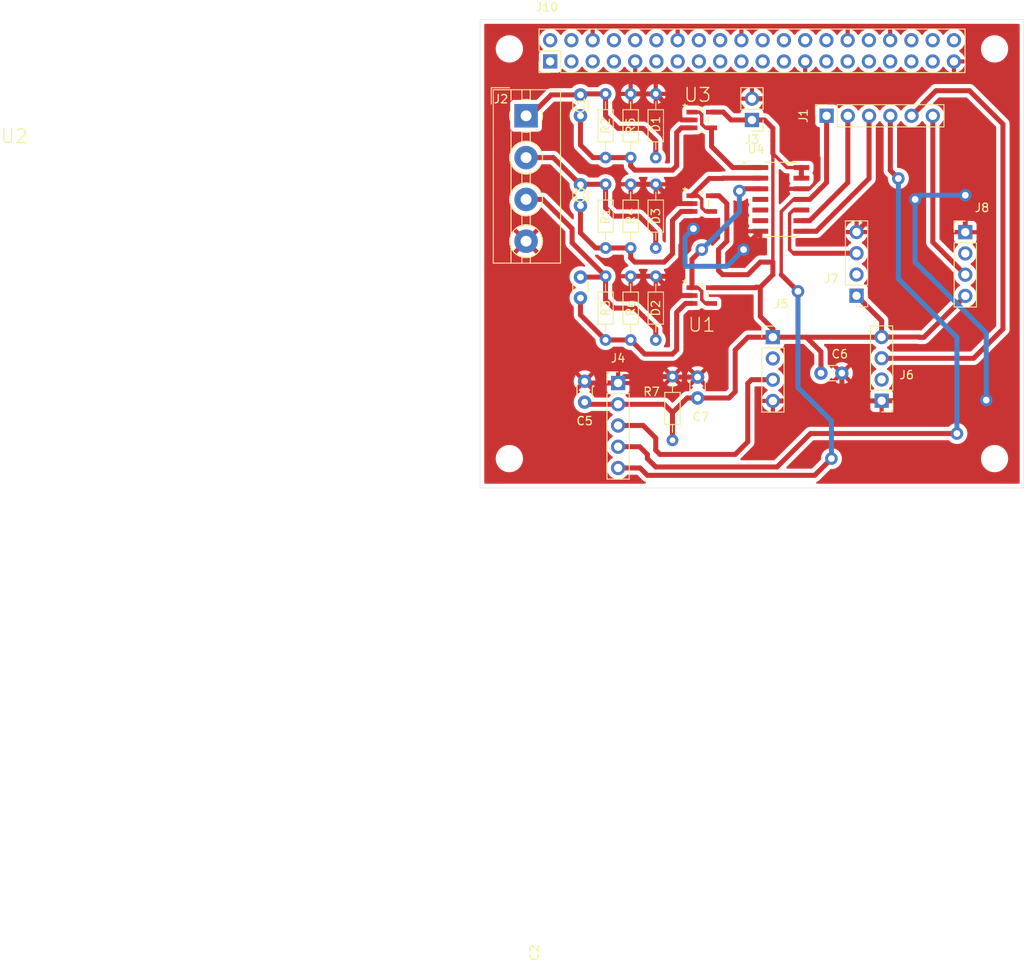
<source format=kicad_pcb>
(kicad_pcb (version 20240108) (generator "pcbnew") (generator_version "8.0")
  (layers (0 "F.Cu" signal) (31 "B.Cu" signal) (34 "B.Paste" user) (35 "F.Paste" user) (36 "B.SilkS" user "B.Silkscreen") (37 "F.SilkS" user "F.Silkscreen") (38 "B.Mask" user) (39 "F.Mask" user) (44 "Edge.Cuts" user))
  (net 0 "")
  (net 1 "Net-(D3-K)")
  (net 2 "Net-(D2-K)")
  (net 3 "Net-(D1-K)")
  (net 4 "GND")
  (net 5 "Net-(U2-+IN)")
  (net 6 "Net-(U3-+IN)")
  (net 7 "Net-(U1-+IN)")
  (net 8 "+3V3")
  (net 9 "Net-(J7-Pin_3)")
  (net 10 "Net-(J1-Pin_2)")
  (net 12 "Net-(U2--IN)")
  (net 13 "Net-(J1-Pin_1)")
  (net 14 "Net-(J1-Pin_4)")
  (net 16 "Net-(U1--IN)")
  (net 17 "/NC")
  (net 18 "Net-(U3--IN)")
  (net 19 "Net-(J10-5V-Pad2)")
  (net 30 "Net-(J1-Pin_5)")
  (net 40 "Net-(J1-Pin_3)")
  (net 44 "Net-(J4-Pin_3)")
  (net 49 "Net-(J1-Pin_6)")
  (footprint "TerminalBlock:TerminalBlock_MaiXu_MX126-5.0-04P_1x04_P5.00mm" (layer "F.Cu") (at 25.5 31.5 -90)
    (property "Reference" "J2" (at -2 3 180) (layer "F.SilkS"))
    (property "Value" "Analog_inputs")
    (pad "1" thru_hole rect (at 0 0 270) (size 2.8 2.8) (drill 1.3) (layers "*.Cu" "*.Mask") (net 3 "Net-(D1-K)"))
    (pad "2" thru_hole circle (at 5 0 270) (size 2.8 2.8) (drill 1.3) (layers "*.Cu" "*.Mask") (net 1 "Net-(D3-K)"))
    (pad "3" thru_hole circle (at 10 0 270) (size 2.8 2.8) (drill 1.3) (layers "*.Cu" "*.Mask") (net 2 "Net-(D2-K)"))
    (pad "4" thru_hole circle (at 15 0 270) (size 2.8 2.8) (drill 1.3) (layers "*.Cu" "*.Mask") (net 4 "GND"))
  )
  (footprint "" (layer "F.Cu") (at 23.5 23.5)
    (property "Reference" "" (at 0 0 0) (layer "F.SilkS") (effects (font (size 1.27 1.27))))
    (property "Value" "")
    (pad "" np_thru_hole circle (at 0 0 90) (size 2.75 2.75) (drill 2.75) (layers "*.Cu" "*.Mask"))
  )
  (footprint "Resistor_THT:R_Axial_DIN0204_L3.6mm_D1.6mm_P7.62mm_Horizontal" (layer "F.Cu") (at 35 50.69 -90)
    (property "Reference" "R3" (at 3.81 0 90) (layer "F.SilkS"))
    (property "Value" "R" (hide yes))
    (pad "1" thru_hole circle (at 0 0 270) (size 1.4 1.4) (drill 0.7) (layers "*.Cu" "*.Mask") (net 2 "Net-(D2-K)"))
    (pad "2" thru_hole oval (at 7.62 0 270) (size 1.4 1.4) (drill 0.7) (layers "*.Cu" "*.Mask") (net 7 "Net-(U1-+IN)"))
  )
  (footprint "Connector_PinSocket_2.54mm:PinSocket_1x06_P2.54mm_Vertical" (layer "F.Cu") (at 61.42 31.5 90)
    (property "Reference" "J1" (at 0 -2.77 90) (layer "F.SilkS"))
    (property "Value" "Conn_01x06_MountingPin" (hide yes))
    (pad "1" thru_hole rect (at 0 0 90) (size 1.7 1.7) (drill 1) (layers "*.Cu" "*.Mask") (net 13 "Net-(J1-Pin_1)"))
    (pad "2" thru_hole oval (at 0 2.54 90) (size 1.7 1.7) (drill 1) (layers "*.Cu" "*.Mask") (net 10 "Net-(J1-Pin_2)"))
    (pad "3" thru_hole oval (at 0 5.08 90) (size 1.7 1.7) (drill 1) (layers "*.Cu" "*.Mask") (net 40 "Net-(J1-Pin_3)"))
    (pad "4" thru_hole oval (at 0 7.62 90) (size 1.7 1.7) (drill 1) (layers "*.Cu" "*.Mask") (net 14 "Net-(J1-Pin_4)"))
    (pad "5" thru_hole oval (at 0 10.16 90) (size 1.7 1.7) (drill 1) (layers "*.Cu" "*.Mask") (net 30 "Net-(J1-Pin_5)"))
    (pad "6" thru_hole oval (at 0 12.7 90) (size 1.7 1.7) (drill 1) (layers "*.Cu" "*.Mask") (net 49 "Net-(J1-Pin_6)"))
  )
  (footprint "Resistor_THT:R_Axial_DIN0204_L3.6mm_D1.6mm_P7.62mm_Horizontal" (layer "F.Cu") (at 41 47.31 90)
    (property "Reference" "D3" (at 3.81 0 90) (layer "F.SilkS"))
    (property "Value" "D" (hide yes))
    (pad "1" thru_hole circle (at 0 0 90) (size 1.4 1.4) (drill 0.7) (layers "*.Cu" "*.Mask") (net 1 "Net-(D3-K)"))
    (pad "2" thru_hole oval (at 7.62 0 90) (size 1.4 1.4) (drill 0.7) (layers "*.Cu" "*.Mask") (net 4 "GND"))
  )
  (footprint "Library:AD3603" (layer "F.Cu") (at 46.5 42)
    (property "Reference" "U2" (at -82.1828 -8.0506 0) (layer "F.SilkS") (effects (font (size 1.64 1.64))))
    (property "Value" "AD8603AUJZ-R2" (hide yes))
    (fp_text user "*" (at -2.0066 -1.3716 0) (layer "F.SilkS"))
    (pad "1" smd rect (at -1.1684 -0.9398) (size 1.3208 0.5588) (layers "F.Cu" "F.Paste" "F.Mask") (net 12 "Net-(U2--IN)"))
    (pad "2" smd rect (at -1.1684 0) (size 1.3208 0.5588) (layers "F.Cu" "F.Paste" "F.Mask") (net 4 "GND"))
    (pad "3" smd rect (at -1.1684 0.9398) (size 1.3208 0.5588) (layers "F.Cu" "F.Paste" "F.Mask") (net 5 "Net-(U2-+IN)"))
    (pad "4" smd rect (at 1.1684 0.9398) (size 1.3208 0.5588) (layers "F.Cu" "F.Paste" "F.Mask") (net 12 "Net-(U2--IN)"))
    (pad "5" smd rect (at 1.1684 -0.9398) (size 1.3208 0.5588) (layers "F.Cu" "F.Paste" "F.Mask") (net 8 "+3V3"))
  )
  (footprint "" (layer "F.Cu") (at 81.5 23.5)
    (property "Reference" "" (at 0 0 0) (layer "F.SilkS") (effects (font (size 1.27 1.27))))
    (property "Value" "")
    (pad "" np_thru_hole circle (at 0 0 90) (size 2.75 2.75) (drill 2.75) (layers "*.Cu" "*.Mask"))
  )
  (footprint "Capacitor_THT:C_Disc_D3.0mm_W1.6mm_P2.50mm" (layer "F.Cu") (at 32 42.25 90)
    (property "Reference" "C3" (at 1.25 0 90) (layer "F.SilkS"))
    (property "Value" "C" (hide yes))
    (pad "1" thru_hole circle (at 0 0 90) (size 1.6 1.6) (drill 0.8) (layers "*.Cu" "*.Mask") (net 5 "Net-(U2-+IN)"))
    (pad "2" thru_hole circle (at 2.5 0 90) (size 1.6 1.6) (drill 0.8) (layers "*.Cu" "*.Mask") (net 1 "Net-(D3-K)"))
  )
  (footprint "Resistor_THT:R_Axial_DIN0204_L3.6mm_D1.6mm_P7.62mm_Horizontal" (layer "F.Cu") (at 35 28.88 -90)
    (property "Reference" "R2" (at 3.81 0 90) (layer "F.SilkS"))
    (property "Value" "R" (hide yes))
    (pad "1" thru_hole circle (at 0 0 270) (size 1.4 1.4) (drill 0.7) (layers "*.Cu" "*.Mask") (net 3 "Net-(D1-K)"))
    (pad "2" thru_hole oval (at 7.62 0 270) (size 1.4 1.4) (drill 0.7) (layers "*.Cu" "*.Mask") (net 6 "Net-(U3-+IN)"))
  )
  (footprint "Resistor_THT:R_Axial_DIN0204_L3.6mm_D1.6mm_P7.62mm_Horizontal" (layer "F.Cu") (at 38 47.31 90)
    (property "Reference" "R4" (at 3.81 0 90) (layer "F.SilkS"))
    (property "Value" "R" (hide yes))
    (pad "1" thru_hole circle (at 0 0 90) (size 1.4 1.4) (drill 0.7) (layers "*.Cu" "*.Mask") (net 5 "Net-(U2-+IN)"))
    (pad "2" thru_hole oval (at 7.62 0 90) (size 1.4 1.4) (drill 0.7) (layers "*.Cu" "*.Mask") (net 4 "GND"))
  )
  (footprint "" (layer "F.Cu") (at 23.5 72.5)
    (property "Reference" "" (at 0 0 0) (layer "F.SilkS") (effects (font (size 1.27 1.27))))
    (property "Value" "")
    (pad "" np_thru_hole circle (at 0 0 90) (size 2.75 2.75) (drill 2.75) (layers "*.Cu" "*.Mask"))
  )
  (footprint "Connector_PinHeader_2.54mm:PinHeader_1x04_P2.54mm_Vertical" (layer "F.Cu") (at 68 65.58 180)
    (property "Reference" "J6" (at -3 3.08 0) (layer "F.SilkS"))
    (property "Value" "protec_condit")
    (pad "1" thru_hole rect (at 0 0 180) (size 1.7 1.7) (drill 1) (layers "*.Cu" "*.Mask") (net 4 "GND"))
    (pad "2" thru_hole oval (at 0 2.54 180) (size 1.7 1.7) (drill 1) (layers "*.Cu" "*.Mask"))
    (pad "3" thru_hole oval (at 0 5.08 180) (size 1.7 1.7) (drill 1) (layers "*.Cu" "*.Mask") (net 30 "Net-(J1-Pin_5)"))
    (pad "4" thru_hole oval (at 0 7.62 180) (size 1.7 1.7) (drill 1) (layers "*.Cu" "*.Mask") (net 8 "+3V3"))
  )
  (footprint "Resistor_THT:R_Axial_DIN0204_L3.6mm_D1.6mm_P7.62mm_Horizontal" (layer "F.Cu") (at 43 62.69 -90)
    (property "Reference" "R7" (at 1.81 2.5 0) (layer "F.SilkS"))
    (property "Value" "R" (hide yes))
    (pad "1" thru_hole circle (at 0 0 270) (size 1.4 1.4) (drill 0.7) (layers "*.Cu" "*.Mask") (net 4 "GND"))
    (pad "2" thru_hole oval (at 7.62 0 270) (size 1.4 1.4) (drill 0.7) (layers "*.Cu" "*.Mask") (net 8 "+3V3"))
  )
  (footprint "Capacitor_THT:C_Disc_D3.0mm_W1.6mm_P2.50mm" (layer "F.Cu") (at 60.75 62.28)
    (property "Reference" "C6" (at 2.25 -2.28 0) (layer "F.SilkS"))
    (property "Value" "C" (hide yes))
    (pad "1" thru_hole circle (at 0 0) (size 1.6 1.6) (drill 0.8) (layers "*.Cu" "*.Mask") (net 8 "+3V3"))
    (pad "2" thru_hole circle (at 2.5 0) (size 1.6 1.6) (drill 0.8) (layers "*.Cu" "*.Mask") (net 4 "GND"))
  )
  (footprint "Resistor_THT:R_Axial_DIN0204_L3.6mm_D1.6mm_P7.62mm_Horizontal" (layer "F.Cu") (at 35 39.69 -90)
    (property "Reference" "R1" (at 3.81 0 90) (layer "F.SilkS"))
    (property "Value" "R" (hide yes))
    (pad "1" thru_hole circle (at 0 0 270) (size 1.4 1.4) (drill 0.7) (layers "*.Cu" "*.Mask") (net 1 "Net-(D3-K)"))
    (pad "2" thru_hole oval (at 7.62 0 270) (size 1.4 1.4) (drill 0.7) (layers "*.Cu" "*.Mask") (net 5 "Net-(U2-+IN)"))
  )
  (footprint "Library:AD3603" (layer "F.Cu") (at 46.5 53)
    (property "Reference" "U1" (at 0 3.5 0) (layer "F.SilkS") (effects (font (size 1.64 1.64))))
    (property "Value" "AD8603AUJZ-R2" (hide yes))
    (fp_text user "*" (at -2.0066 -1.3716 0) (layer "F.SilkS"))
    (pad "1" smd rect (at -1.1684 -0.9398) (size 1.3208 0.5588) (layers "F.Cu" "F.Paste" "F.Mask") (net 16 "Net-(U1--IN)"))
    (pad "2" smd rect (at -1.1684 0) (size 1.3208 0.5588) (layers "F.Cu" "F.Paste" "F.Mask") (net 4 "GND"))
    (pad "3" smd rect (at -1.1684 0.9398) (size 1.3208 0.5588) (layers "F.Cu" "F.Paste" "F.Mask") (net 7 "Net-(U1-+IN)"))
    (pad "4" smd rect (at 1.1684 0.9398) (size 1.3208 0.5588) (layers "F.Cu" "F.Paste" "F.Mask") (net 16 "Net-(U1--IN)"))
    (pad "5" smd rect (at 1.1684 -0.9398) (size 1.3208 0.5588) (layers "F.Cu" "F.Paste" "F.Mask") (net 8 "+3V3"))
  )
  (footprint "Connector_PinHeader_2.54mm:PinHeader_1x04_P2.54mm_Vertical" (layer "F.Cu") (at 55 57.98)
    (property "Reference" "J5" (at 1 -3.98 0) (layer "F.SilkS"))
    (property "Value" "protec_condit")
    (pad "1" thru_hole rect (at 0 0) (size 1.7 1.7) (drill 1) (layers "*.Cu" "*.Mask") (net 8 "+3V3"))
    (pad "2" thru_hole oval (at 0 2.54) (size 1.7 1.7) (drill 1) (layers "*.Cu" "*.Mask"))
    (pad "3" thru_hole oval (at 0 5.08) (size 1.7 1.7) (drill 1) (layers "*.Cu" "*.Mask") (net 44 "Net-(J4-Pin_3)"))
    (pad "4" thru_hole oval (at 0 7.62) (size 1.7 1.7) (drill 1) (layers "*.Cu" "*.Mask") (net 4 "GND"))
  )
  (footprint "Connector_PinHeader_2.54mm:PinHeader_2x20_P2.54mm_Vertical" (layer "F.Cu") (at 28.38 25 90)
    (property "Reference" "J10" (at 6.5 -0.38 180) (layer "F.SilkS"))
    (property "Value" "Raspberry_Pi_4" (hide yes))
    (pad "1" thru_hole rect (at 0 0 90) (size 1.7 1.7) (drill 1) (layers "*.Cu" "*.Mask") (net 8 "+3V3"))
    (pad "2" thru_hole oval (at 2.54 0 90) (size 1.7 1.7) (drill 1) (layers "*.Cu" "*.Mask") (net 19 "Net-(J10-5V-Pad2)"))
    (pad "3" thru_hole oval (at 0 2.54 90) (size 1.7 1.7) (drill 1) (layers "*.Cu" "*.Mask"))
    (pad "4" thru_hole oval (at 2.54 2.54 90) (size 1.7 1.7) (drill 1) (layers "*.Cu" "*.Mask") (net 19 "Net-(J10-5V-Pad2)"))
    (pad "5" thru_hole oval (at 0 5.08 90) (size 1.7 1.7) (drill 1) (layers "*.Cu" "*.Mask"))
    (pad "6" thru_hole oval (at 2.54 5.08 90) (size 1.7 1.7) (drill 1) (layers "*.Cu" "*.Mask") (net 4 "GND"))
    (pad "7" thru_hole oval (at 0 7.62 90) (size 1.7 1.7) (drill 1) (layers "*.Cu" "*.Mask"))
    (pad "8" thru_hole oval (at 2.54 7.62 90) (size 1.7 1.7) (drill 1) (layers "*.Cu" "*.Mask"))
    (pad "9" thru_hole oval (at 0 10.16 90) (size 1.7 1.7) (drill 1) (layers "*.Cu" "*.Mask") (net 4 "GND"))
    (pad "10" thru_hole oval (at 2.54 10.16 90) (size 1.7 1.7) (drill 1) (layers "*.Cu" "*.Mask"))
    (pad "11" thru_hole oval (at 0 12.7 90) (size 1.7 1.7) (drill 1) (layers "*.Cu" "*.Mask"))
    (pad "12" thru_hole oval (at 2.54 12.7 90) (size 1.7 1.7) (drill 1) (layers "*.Cu" "*.Mask"))
    (pad "13" thru_hole oval (at 0 15.24 90) (size 1.7 1.7) (drill 1) (layers "*.Cu" "*.Mask"))
    (pad "14" thru_hole oval (at 2.54 15.24 90) (size 1.7 1.7) (drill 1) (layers "*.Cu" "*.Mask") (net 4 "GND"))
    (pad "15" thru_hole oval (at 0 17.78 90) (size 1.7 1.7) (drill 1) (layers "*.Cu" "*.Mask"))
    (pad "16" thru_hole oval (at 2.54 17.78 90) (size 1.7 1.7) (drill 1) (layers "*.Cu" "*.Mask"))
    (pad "17" thru_hole oval (at 0 20.32 90) (size 1.7 1.7) (drill 1) (layers "*.Cu" "*.Mask") (net 8 "+3V3"))
    (pad "18" thru_hole oval (at 2.54 20.32 90) (size 1.7 1.7) (drill 1) (layers "*.Cu" "*.Mask"))
    (pad "19" thru_hole oval (at 0 22.86 90) (size 1.7 1.7) (drill 1) (layers "*.Cu" "*.Mask") (net 10 "Net-(J1-Pin_2)"))
    (pad "20" thru_hole oval (at 2.54 22.86 90) (size 1.7 1.7) (drill 1) (layers "*.Cu" "*.Mask") (net 4 "GND"))
    (pad "21" thru_hole oval (at 0 25.4 90) (size 1.7 1.7) (drill 1) (layers "*.Cu" "*.Mask") (net 49 "Net-(J1-Pin_6)"))
    (pad "22" thru_hole oval (at 2.54 25.4 90) (size 1.7 1.7) (drill 1) (layers "*.Cu" "*.Mask"))
    (pad "23" thru_hole oval (at 0 27.94 90) (size 1.7 1.7) (drill 1) (layers "*.Cu" "*.Mask") (net 13 "Net-(J1-Pin_1)"))
    (pad "24" thru_hole oval (at 2.54 27.94 90) (size 1.7 1.7) (drill 1) (layers "*.Cu" "*.Mask") (net 40 "Net-(J1-Pin_3)"))
    (pad "25" thru_hole oval (at 0 30.48 90) (size 1.7 1.7) (drill 1) (layers "*.Cu" "*.Mask") (net 4 "GND"))
    (pad "26" thru_hole oval (at 2.54 30.48 90) (size 1.7 1.7) (drill 1) (layers "*.Cu" "*.Mask") (net 14 "Net-(J1-Pin_4)"))
    (pad "27" thru_hole oval (at 0 33.02 90) (size 1.7 1.7) (drill 1) (layers "*.Cu" "*.Mask"))
    (pad "28" thru_hole oval (at 2.54 33.02 90) (size 1.7 1.7) (drill 1) (layers "*.Cu" "*.Mask"))
    (pad "29" thru_hole oval (at 0 35.56 90) (size 1.7 1.7) (drill 1) (layers "*.Cu" "*.Mask"))
    (pad "30" thru_hole oval (at 2.54 35.56 90) (size 1.7 1.7) (drill 1) (layers "*.Cu" "*.Mask") (net 4 "GND"))
    (pad "31" thru_hole oval (at 0 38.1 90) (size 1.7 1.7) (drill 1) (layers "*.Cu" "*.Mask"))
    (pad "32" thru_hole oval (at 2.54 38.1 90) (size 1.7 1.7) (drill 1) (layers "*.Cu" "*.Mask"))
    (pad "33" thru_hole oval (at 0 40.64 90) (size 1.7 1.7) (drill 1) (layers "*.Cu" "*.Mask"))
    (pad "34" thru_hole oval (at 2.54 40.64 90) (size 1.7 1.7) (drill 1) (layers "*.Cu" "*.Mask") (net 4 "GND"))
    (pad "35" thru_hole oval (at 0 43.18 90) (size 1.7 1.7) (drill 1) (layers "*.Cu" "*.Mask") (net 30 "Net-(J1-Pin_5)"))
    (pad "36" thru_hole oval (at 2.54 43.18 90) (size 1.7 1.7) (drill 1) (layers "*.Cu" "*.Mask"))
    (pad "37" thru_hole oval (at 0 45.72 90) (size 1.7 1.7) (drill 1) (layers "*.Cu" "*.Mask"))
    (pad "38" thru_hole oval (at 2.54 45.72 90) (size 1.7 1.7) (drill 1) (layers "*.Cu" "*.Mask"))
    (pad "39" thru_hole oval (at 0 48.26 90) (size 1.7 1.7) (drill 1) (layers "*.Cu" "*.Mask") (net 4 "GND"))
    (pad "40" thru_hole oval (at 2.54 48.26 90) (size 1.7 1.7) (drill 1) (layers "*.Cu" "*.Mask"))
  )
  (footprint "Connector_PinHeader_2.54mm:PinHeader_1x04_P2.54mm_Vertical" (layer "F.Cu") (at 78 45.42)
    (property "Reference" "J8" (at 2 -2.92 0) (layer "F.SilkS"))
    (property "Value" "protec_mcp")
    (pad "1" thru_hole rect (at 0 0) (size 1.7 1.7) (drill 1) (layers "*.Cu" "*.Mask") (net 4 "GND"))
    (pad "2" thru_hole oval (at 0 2.54) (size 1.7 1.7) (drill 1) (layers "*.Cu" "*.Mask"))
    (pad "3" thru_hole oval (at 0 5.08) (size 1.7 1.7) (drill 1) (layers "*.Cu" "*.Mask") (net 49 "Net-(J1-Pin_6)"))
    (pad "4" thru_hole oval (at 0 7.62) (size 1.7 1.7) (drill 1) (layers "*.Cu" "*.Mask") (net 8 "+3V3"))
  )
  (footprint "" (layer "F.Cu") (at 81.5 72.5)
    (property "Reference" "" (at 0 0 0) (layer "F.SilkS") (effects (font (size 1.27 1.27))))
    (property "Value" "")
    (pad "" np_thru_hole circle (at 0 0 90) (size 2.75 2.75) (drill 2.75) (layers "*.Cu" "*.Mask"))
  )
  (footprint "Library:AD3603" (layer "F.Cu") (at 46.5 32)
    (property "Reference" "U3" (at -0.5 -3 0) (layer "F.SilkS") (effects (font (size 1.64 1.64))))
    (property "Value" "AD8603AUJZ-R2" (hide yes))
    (fp_text user "*" (at -2.0066 -1.3716 0) (layer "F.SilkS"))
    (pad "1" smd rect (at -1.1684 -0.9398) (size 1.3208 0.5588) (layers "F.Cu" "F.Paste" "F.Mask") (net 18 "Net-(U3--IN)"))
    (pad "2" smd rect (at -1.1684 0) (size 1.3208 0.5588) (layers "F.Cu" "F.Paste" "F.Mask") (net 4 "GND"))
    (pad "3" smd rect (at -1.1684 0.9398) (size 1.3208 0.5588) (layers "F.Cu" "F.Paste" "F.Mask") (net 6 "Net-(U3-+IN)"))
    (pad "4" smd rect (at 1.1684 0.9398) (size 1.3208 0.5588) (layers "F.Cu" "F.Paste" "F.Mask") (net 18 "Net-(U3--IN)"))
    (pad "5" smd rect (at 1.1684 -0.9398) (size 1.3208 0.5588) (layers "F.Cu" "F.Paste" "F.Mask") (net 8 "+3V3"))
  )
  (footprint "Capacitor_THT:C_Disc_D3.0mm_W1.6mm_P2.50mm" (layer "F.Cu") (at 46 65.25 90)
    (property "Reference" "C7" (at -2.25 0.4 0) (layer "F.SilkS"))
    (property "Value" "C" (hide yes))
    (pad "1" thru_hole circle (at 0 0 90) (size 1.6 1.6) (drill 0.8) (layers "*.Cu" "*.Mask") (net 8 "+3V3"))
    (pad "2" thru_hole circle (at 2.5 0 90) (size 1.6 1.6) (drill 0.8) (layers "*.Cu" "*.Mask") (net 4 "GND"))
  )
  (footprint "Resistor_THT:R_Axial_DIN0204_L3.6mm_D1.6mm_P7.62mm_Horizontal" (layer "F.Cu") (at 41 58.31 90)
    (property "Reference" "D2" (at 3.81 0 90) (layer "F.SilkS"))
    (property "Value" "D" (hide yes))
    (pad "1" thru_hole circle (at 0 0 90) (size 1.4 1.4) (drill 0.7) (layers "*.Cu" "*.Mask") (net 2 "Net-(D2-K)"))
    (pad "2" thru_hole oval (at 7.62 0 90) (size 1.4 1.4) (drill 0.7) (layers "*.Cu" "*.Mask") (net 4 "GND"))
  )
  (footprint "Capacitor_THT:C_Disc_D3.0mm_W1.6mm_P2.50mm" (layer "F.Cu") (at 32 53.29 90)
    (property "Reference" "C2" (at -78.3 -5.51 90) (layer "F.SilkS"))
    (property "Value" "C" (hide yes))
    (pad "1" thru_hole circle (at 0 0 90) (size 1.6 1.6) (drill 0.8) (layers "*.Cu" "*.Mask") (net 7 "Net-(U1-+IN)"))
    (pad "2" thru_hole circle (at 2.5 0 90) (size 1.6 1.6) (drill 0.8) (layers "*.Cu" "*.Mask") (net 2 "Net-(D2-K)"))
  )
  (footprint "Resistor_THT:R_Axial_DIN0204_L3.6mm_D1.6mm_P7.62mm_Horizontal" (layer "F.Cu") (at 38 36.5 90)
    (property "Reference" "R5" (at 3.81 0 90) (layer "F.SilkS"))
    (property "Value" "R" (hide yes))
    (pad "1" thru_hole circle (at 0 0 90) (size 1.4 1.4) (drill 0.7) (layers "*.Cu" "*.Mask") (net 6 "Net-(U3-+IN)"))
    (pad "2" thru_hole oval (at 7.62 0 90) (size 1.4 1.4) (drill 0.7) (layers "*.Cu" "*.Mask") (net 4 "GND"))
  )
  (footprint "Capacitor_THT:C_Disc_D3.0mm_W1.6mm_P2.50mm" (layer "F.Cu") (at 32.5 65.75 90)
    (property "Reference" "C5" (at -2.25 0 180) (layer "F.SilkS"))
    (property "Value" "C" (hide yes))
    (pad "1" thru_hole circle (at 0 0 90) (size 1.6 1.6) (drill 0.8) (layers "*.Cu" "*.Mask") (net 8 "+3V3"))
    (pad "2" thru_hole circle (at 2.5 0 90) (size 1.6 1.6) (drill 0.8) (layers "*.Cu" "*.Mask") (net 4 "GND"))
  )
  (footprint "Connector_PinHeader_2.54mm:PinHeader_1x05_P2.54mm_Vertical" (layer "F.Cu") (at 36.5 63.46)
    (property "Reference" "J4" (at 0 -2.96 0) (layer "F.SilkS"))
    (property "Value" "Circuit_conditiono")
    (pad "1" thru_hole rect (at 0 0) (size 1.7 1.7) (drill 1) (layers "*.Cu" "*.Mask") (net 4 "GND"))
    (pad "2" thru_hole oval (at 0 2.54) (size 1.7 1.7) (drill 1) (layers "*.Cu" "*.Mask") (net 8 "+3V3"))
    (pad "3" thru_hole oval (at 0 5.08) (size 1.7 1.7) (drill 1) (layers "*.Cu" "*.Mask") (net 44 "Net-(J4-Pin_3)"))
    (pad "4" thru_hole oval (at 0 7.62) (size 1.7 1.7) (drill 1) (layers "*.Cu" "*.Mask") (net 14 "Net-(J1-Pin_4)"))
    (pad "5" thru_hole oval (at 0 10.16) (size 1.7 1.7) (drill 1) (layers "*.Cu" "*.Mask") (net 13 "Net-(J1-Pin_1)"))
  )
  (footprint "Capacitor_THT:C_Disc_D3.0mm_W1.6mm_P2.50mm" (layer "F.Cu") (at 32 31.5 90)
    (property "Reference" "C1" (at 1.25 0 90) (layer "F.SilkS"))
    (property "Value" "C" (hide yes))
    (pad "1" thru_hole circle (at 0 0 90) (size 1.6 1.6) (drill 0.8) (layers "*.Cu" "*.Mask") (net 6 "Net-(U3-+IN)"))
    (pad "2" thru_hole circle (at 2.5 0 90) (size 1.6 1.6) (drill 0.8) (layers "*.Cu" "*.Mask") (net 3 "Net-(D1-K)"))
  )
  (footprint "Connector_PinHeader_2.54mm:PinHeader_1x02_P2.54mm_Vertical" (layer "F.Cu") (at 52.5 32 180)
    (property "Reference" "J3" (at 0 -2.33 360) (layer "F.SilkS"))
    (property "Value" "Conn_01x02_MountingPin" (hide yes))
    (pad "1" thru_hole rect (at 0 0 180) (size 1.7 1.7) (drill 1) (layers "*.Cu" "*.Mask") (net 8 "+3V3"))
    (pad "2" thru_hole oval (at 0 2.54 180) (size 1.7 1.7) (drill 1) (layers "*.Cu" "*.Mask") (net 4 "GND"))
  )
  (footprint "Resistor_THT:R_Axial_DIN0204_L3.6mm_D1.6mm_P7.62mm_Horizontal" (layer "F.Cu") (at 38 58.31 90)
    (property "Reference" "R6" (at 3.81 0 90) (layer "F.SilkS"))
    (property "Value" "R" (hide yes))
    (pad "1" thru_hole circle (at 0 0 90) (size 1.4 1.4) (drill 0.7) (layers "*.Cu" "*.Mask") (net 7 "Net-(U1-+IN)"))
    (pad "2" thru_hole oval (at 7.62 0 90) (size 1.4 1.4) (drill 0.7) (layers "*.Cu" "*.Mask") (net 4 "GND"))
  )
  (footprint "Library:MCP3004 ISL" (layer "F.Cu") (at 55.955 41.5)
    (property "Reference" "U4" (at -2.955 -6 0) (layer "F.SilkS"))
    (property "Value" "MCP3004-I_P" (hide yes))
    (pad "1" smd roundrect (at -2.455 -3.81) (size 1.9 0.6) (layers "F.Cu" "F.Paste" "F.Mask") (roundrect_rratio 0.125) (net 18 "Net-(U3--IN)"))
    (pad "2" smd roundrect (at -2.455 -2.54) (size 1.9 0.6) (layers "F.Cu" "F.Paste" "F.Mask") (roundrect_rratio 0.125) (net 12 "Net-(U2--IN)"))
    (pad "3" smd roundrect (at -2.455 -1.27) (size 1.9 0.6) (layers "F.Cu" "F.Paste" "F.Mask") (roundrect_rratio 0.125) (net 16 "Net-(U1--IN)"))
    (pad "4" smd roundrect (at -2.455 0) (size 1.9 0.6) (layers "F.Cu" "F.Paste" "F.Mask") (roundrect_rratio 0.125) (net 17 "/NC"))
    (pad "5" smd roundrect (at -2.455 1.27) (size 1.9 0.6) (layers "F.Cu" "F.Paste" "F.Mask") (roundrect_rratio 0.125))
    (pad "6" smd roundrect (at -2.455 2.54) (size 1.9 0.6) (layers "F.Cu" "F.Paste" "F.Mask") (roundrect_rratio 0.125))
    (pad "7" smd roundrect (at -2.455 3.81) (size 1.9 0.6) (layers "F.Cu" "F.Paste" "F.Mask") (roundrect_rratio 0.125) (net 4 "GND"))
    (pad "8" smd roundrect (at 2.455 3.81) (size 1.9 0.6) (layers "F.Cu" "F.Paste" "F.Mask") (roundrect_rratio 0.125) (net 40 "Net-(J1-Pin_3)"))
    (pad "9" smd roundrect (at 2.455 2.54) (size 1.9 0.6) (layers "F.Cu" "F.Paste" "F.Mask") (roundrect_rratio 0.125) (net 10 "Net-(J1-Pin_2)"))
    (pad "10" smd roundrect (at 2.455 1.27) (size 1.9 0.6) (layers "F.Cu" "F.Paste" "F.Mask") (roundrect_rratio 0.125) (net 9 "Net-(J7-Pin_3)"))
    (pad "11" smd roundrect (at 2.455 0) (size 1.9 0.6) (layers "F.Cu" "F.Paste" "F.Mask") (roundrect_rratio 0.125) (net 13 "Net-(J1-Pin_1)"))
    (pad "12" smd roundrect (at 2.455 -1.27) (size 1.9 0.6) (layers "F.Cu" "F.Paste" "F.Mask") (roundrect_rratio 0.125) (net 4 "GND"))
    (pad "13" smd roundrect (at 2.455 -2.54) (size 1.9 0.6) (layers "F.Cu" "F.Paste" "F.Mask") (roundrect_rratio 0.125) (net 8 "+3V3"))
    (pad "14" smd roundrect (at 2.455 -3.81) (size 1.9 0.6) (layers "F.Cu" "F.Paste" "F.Mask") (roundrect_rratio 0.125) (net 8 "+3V3"))
  )
  (footprint "Resistor_THT:R_Axial_DIN0204_L3.6mm_D1.6mm_P7.62mm_Horizontal" (layer "F.Cu") (at 41 36.5 90)
    (property "Reference" "D1" (at 4 0 90) (layer "F.SilkS"))
    (property "Value" "D" (hide yes))
    (pad "1" thru_hole circle (at 0 0 90) (size 1.4 1.4) (drill 0.7) (layers "*.Cu" "*.Mask") (net 3 "Net-(D1-K)"))
    (pad "2" thru_hole oval (at 7.62 0 90) (size 1.4 1.4) (drill 0.7) (layers "*.Cu" "*.Mask") (net 4 "GND"))
  )
  (footprint "Connector_PinHeader_2.54mm:PinHeader_1x04_P2.54mm_Vertical" (layer "F.Cu") (at 65 53.02 180)
    (property "Reference" "J7" (at 3 2.02 0) (layer "F.SilkS"))
    (property "Value" "protec_mcp")
    (pad "1" thru_hole rect (at 0 0 180) (size 1.7 1.7) (drill 1) (layers "*.Cu" "*.Mask") (net 8 "+3V3"))
    (pad "2" thru_hole oval (at 0 2.54 180) (size 1.7 1.7) (drill 1) (layers "*.Cu" "*.Mask"))
    (pad "3" thru_hole oval (at 0 5.08 180) (size 1.7 1.7) (drill 1) (layers "*.Cu" "*.Mask") (net 9 "Net-(J7-Pin_3)"))
    (pad "4" thru_hole oval (at 0 7.62 180) (size 1.7 1.7) (drill 1) (layers "*.Cu" "*.Mask") (net 4 "GND"))
  )
  (gr_rect (start 20 20) (end 85 76) (stroke (width 0.05)) (fill none) (layer "Edge.Cuts"))
  (segment (start 28.75 36.5) (end 32 39.75) (width 0.6) (layer "F.Cu") (net 1))
  (segment (start 35 39.69) (end 35 42.5) (width 0.6) (layer "F.Cu") (net 1))
  (segment (start 25.5 36.5) (end 28.75 36.5) (width 0.6) (layer "F.Cu") (net 1))
  (segment (start 41 45.5) (end 41 47.31) (width 0.6) (layer "F.Cu") (net 1))
  (segment (start 32.06 39.69) (end 32 39.75) (width 0.6) (layer "F.Cu") (net 1))
  (segment (start 35 42.5) (end 36 43.5) (width 0.6) (layer "F.Cu") (net 1))
  (segment (start 39 43.5) (end 41 45.5) (width 0.6) (layer "F.Cu") (net 1))
  (segment (start 35 39.69) (end 32.06 39.69) (width 0.6) (layer "F.Cu") (net 1))
  (segment (start 36 43.5) (end 39 43.5) (width 0.6) (layer "F.Cu") (net 1))
  (segment (start 25.5 41.5) (end 27.5 41.5) (width 0.6) (layer "F.Cu") (net 2))
  (segment (start 41 57) (end 41 58.31) (width 0.6) (layer "F.Cu") (net 2))
  (segment (start 35 53.5) (end 36 54.5) (width 0.6) (layer "F.Cu") (net 2))
  (segment (start 34.9 50.79) (end 35 50.69) (width 0.6) (layer "F.Cu") (net 2))
  (segment (start 31 46.69) (end 35 50.69) (width 0.6) (layer "F.Cu") (net 2))
  (segment (start 32 50.79) (end 34.9 50.79) (width 0.6) (layer "F.Cu") (net 2))
  (segment (start 38.5 54.5) (end 41 57) (width 0.6) (layer "F.Cu") (net 2))
  (segment (start 31 45) (end 31 46.69) (width 0.6) (layer "F.Cu") (net 2))
  (segment (start 35 50.69) (end 35 53.5) (width 0.6) (layer "F.Cu") (net 2))
  (segment (start 36 54.5) (end 38.5 54.5) (width 0.6) (layer "F.Cu") (net 2))
  (segment (start 27.5 41.5) (end 31 45) (width 0.6) (layer "F.Cu") (net 2))
  (segment (start 39.5 33) (end 41 34.5) (width 0.6) (layer "F.Cu") (net 3))
  (segment (start 41 34.5) (end 41 36.5) (width 0.6) (layer "F.Cu") (net 3))
  (segment (start 32 29) (end 32.5 29) (width 0.6) (layer "F.Cu") (net 3))
  (segment (start 25.5 31.5) (end 26 31.5) (width 0.6) (layer "F.Cu") (net 3))
  (segment (start 28.5 29) (end 32 29) (width 0.6) (layer "F.Cu") (net 3))
  (segment (start 32.62 28.88) (end 35 28.88) (width 0.6) (layer "F.Cu") (net 3))
  (segment (start 35 31.5) (end 36.5 33) (width 0.6) (layer "F.Cu") (net 3))
  (segment (start 26 31.5) (end 28.5 29) (width 0.6) (layer "F.Cu") (net 3))
  (segment (start 35 28.88) (end 35 31.5) (width 0.6) (layer "F.Cu") (net 3))
  (segment (start 32.5 29) (end 32.62 28.88) (width 0.6) (layer "F.Cu") (net 3))
  (segment (start 36.5 33) (end 39.5 33) (width 0.6) (layer "F.Cu") (net 3))
  (segment (start 45.3316 32) (end 44.12 32) (width 0.6) (layer "F.Cu") (net 4))
  (segment (start 38 39.69) (end 41 39.69) (width 0.6) (layer "F.Cu") (net 4))
  (segment (start 32.71 63.46) (end 32.5 63.25) (width 0.6) (layer "F.Cu") (net 4))
  (segment (start 67.98 65.6) (end 68 65.58) (width 0.6) (layer "F.Cu") (net 4))
  (segment (start 45.3316 53) (end 43.31 53) (width 0.6) (layer "F.Cu") (net 4))
  (segment (start 52.5 29.46) (end 55.96 29.46) (width 0.6) (layer "F.Cu") (net 4))
  (segment (start 43 62.69) (end 37.27 62.69) (width 0.6) (layer "F.Cu") (net 4))
  (segment (start 45.5 45) (end 45.5 45.5) (width 0.6) (layer "F.Cu") (net 4))
  (segment (start 65 65.6) (end 67.98 65.6) (width 0.6) (layer "F.Cu") (net 4))
  (segment (start 44 47) (end 44 49) (width 0.6) (layer "F.Cu") (net 4))
  (segment (start 68.9 41.5) (end 65 45.4) (width 0.6) (layer "F.Cu") (net 4))
  (segment (start 53.5 45.31) (end 51.5 47.31) (width 0.6) (layer "F.Cu") (net 4))
  (segment (start 55.96 29.46) (end 57.5 31) (width 0.6) (layer "F.Cu") (net 4))
  (segment (start 37.27 62.69) (end 36.5 63.46) (width 0.6) (layer "F.Cu") (net 4))
  (segment (start 51.5 47.31) (end 51.5 47.5) (width 0.6) (layer "F.Cu") (net 4))
  (segment (start 45.5 45.5) (end 44 47) (width 0.6) (layer "F.Cu") (net 4))
  (segment (start 44 49) (end 42.31 50.69) (width 0.6) (layer "F.Cu") (net 4))
  (segment (start 45.3316 42) (end 43.31 42) (width 0.6) (layer "F.Cu") (net 4))
  (segment (start 60.5 39.089999) (end 59.359999 40.23) (width 0.4) (layer "F.Cu") (net 4))
  (segment (start 60.5 36.5) (end 60.5 39.089999) (width 0.4) (layer "F.Cu") (net 4))
  (segment (start 43.31 42) (end 41 39.69) (width 0.6) (layer "F.Cu") (net 4))
  (segment (start 63.25 62.28) (end 63.25 63.85) (width 0.6) (layer "F.Cu") (net 4))
  (segment (start 59.359999 40.23) (end 58.41 40.23) (width 0.4) (layer "F.Cu") (net 4))
  (segment (start 43.06 62.75) (end 43 62.69) (width 0.6) (layer "F.Cu") (net 4))
  (segment (start 68 65.58) (end 80.42 65.58) (width 0.6) (layer "F.Cu") (net 4))
  (segment (start 55 65.6) (end 65 65.6) (width 0.6) (layer "F.Cu") (net 4))
  (segment (start 59 35) (end 60.5 36.5) (width 0.4) (layer "F.Cu") (net 4))
  (segment (start 72 41.5) (end 68.9 41.5) (width 0.6) (layer "F.Cu") (net 4))
  (segment (start 38 50.69) (end 41 50.69) (width 0.6) (layer "F.Cu") (net 4))
  (segment (start 36.5 63.46) (end 32.71 63.46) (width 0.6) (layer "F.Cu") (net 4))
  (segment (start 46 62.75) (end 43.06 62.75) (width 0.6) (layer "F.Cu") (net 4))
  (segment (start 57.5 34.5) (end 58 35) (width 0.4) (layer "F.Cu") (net 4))
  (segment (start 43.31 53) (end 41 50.69) (width 0.6) (layer "F.Cu") (net 4))
  (segment (start 78 45.42) (end 78 41) (width 0.6) (layer "F.Cu") (net 4))
  (segment (start 42.31 50.69) (end 41 50.69) (width 0.6) (layer "F.Cu") (net 4))
  (segment (start 63.25 63.85) (end 65 65.6) (width 0.6) (layer "F.Cu") (net 4))
  (segment (start 57.5 31) (end 57.5 34.5) (width 0.4) (layer "F.Cu") (net 4))
  (segment (start 44.12 32) (end 41 28.88) (width 0.6) (layer "F.Cu") (net 4))
  (segment (start 58 35) (end 59 35) (width 0.4) (layer "F.Cu") (net 4))
  (segment (start 38 28.88) (end 41 28.88) (width 0.6) (layer "F.Cu") (net 4))
  (segment (start 80.42 65.58) (end 80.5 65.5) (width 0.6) (layer "F.Cu") (net 4))
  (via (at 45.5 45) (size 1.5) (drill 0.8) (layers "F.Cu" "B.Cu") (net 4))
  (via (at 72 41.5) (size 1.5) (drill 0.8) (layers "F.Cu" "B.Cu") (net 4))
  (via (at 51.5 47.5) (size 1.5) (drill 0.8) (layers "F.Cu" "B.Cu") (net 4))
  (via (at 80.5 65.5) (size 1.5) (drill 0.8) (layers "F.Cu" "B.Cu") (net 4))
  (via (at 78 41) (size 1.5) (drill 0.8) (layers "F.Cu" "B.Cu") (net 4))
  (segment (start 44.5 49.5) (end 49.5 49.5) (width 0.6) (layer "B.Cu") (net 4))
  (segment (start 80.5 65.5) (end 80.5 57.449189) (width 0.6) (layer "B.Cu") (net 4))
  (segment (start 80.5 57.449189) (end 73.550811 50.5) (width 0.6) (layer "B.Cu") (net 4))
  (segment (start 73.5 50.5) (end 72 49) (width 0.6) (layer "B.Cu") (net 4))
  (segment (start 73.550811 50.5) (end 73.5 50.5) (width 0.6) (layer "B.Cu") (net 4))
  (segment (start 49.5 49.5) (end 51.5 47.5) (width 0.6) (layer "B.Cu") (net 4))
  (segment (start 45.5 45) (end 44.5 46) (width 0.6) (layer "B.Cu") (net 4))
  (segment (start 72.5 41) (end 72 41.5) (width 0.6) (layer "B.Cu") (net 4))
  (segment (start 78 41) (end 72.5 41) (width 0.6) (layer "B.Cu") (net 4))
  (segment (start 72 49) (end 72 41.5) (width 0.6) (layer "B.Cu") (net 4))
  (segment (start 44.5 46) (end 44.5 49.5) (width 0.6) (layer "B.Cu") (net 4))
  (segment (start 33.81 47.31) (end 35 47.31) (width 0.6) (layer "F.Cu") (net 5))
  (segment (start 44.0602 42.9398) (end 43 44) (width 0.6) (layer "F.Cu") (net 5))
  (segment (start 32 42.25) (end 32 45.5) (width 0.6) (layer "F.Cu") (net 5))
  (segment (start 38 47.31) (end 35 47.31) (width 0.6) (layer "F.Cu") (net 5))
  (segment (start 42 49) (end 38.5 49) (width 0.6) (layer "F.Cu") (net 5))
  (segment (start 38.5 49) (end 38 48.5) (width 0.6) (layer "F.Cu") (net 5))
  (segment (start 45.3316 42.9398) (end 44.0602 42.9398) (width 0.6) (layer "F.Cu") (net 5))
  (segment (start 38 48.5) (end 38 47.31) (width 0.6) (layer "F.Cu") (net 5))
  (segment (start 43 44) (end 43 48) (width 0.6) (layer "F.Cu") (net 5))
  (segment (start 32 45.5) (end 33.81 47.31) (width 0.6) (layer "F.Cu") (net 5))
  (segment (start 43 48) (end 42 49) (width 0.6) (layer "F.Cu") (net 5))
  (segment (start 43 38) (end 38.5 38) (width 0.6) (layer "F.Cu") (net 6))
  (segment (start 43.5 37.5) (end 43 38) (width 0.6) (layer "F.Cu") (net 6))
  (segment (start 43.5 33.5) (end 43.5 37.5) (width 0.6) (layer "F.Cu") (net 6))
  (segment (start 35 36.5) (end 38 36.5) (width 0.6) (layer "F.Cu") (net 6))
  (segment (start 33.5 36.5) (end 35 36.5) (width 0.6) (layer "F.Cu") (net 6))
  (segment (start 44.0602 32.9398) (end 43.5 33.5) (width 0.6) (layer "F.Cu") (net 6))
  (segment (start 45.3316 32.9398) (end 44.0602 32.9398) (width 0.6) (layer "F.Cu") (net 6))
  (segment (start 32 35) (end 33.5 36.5) (width 0.6) (layer "F.Cu") (net 6))
  (segment (start 38 37.5) (end 38 36.5) (width 0.6) (layer "F.Cu") (net 6))
  (segment (start 32 31.5) (end 32 35) (width 0.6) (layer "F.Cu") (net 6))
  (segment (start 38.5 38) (end 38 37.5) (width 0.6) (layer "F.Cu") (net 6))
  (segment (start 45.3316 53.9398) (end 44.5602 53.9398) (width 0.6) (layer "F.Cu") (net 7))
  (segment (start 43 60) (end 39.69 60) (width 0.6) (layer "F.Cu") (net 7))
  (segment (start 43.5 55) (end 43.5 59.5) (width 0.6) (layer "F.Cu") (net 7))
  (segment (start 43.5 59.5) (end 43 60) (width 0.6) (layer "F.Cu") (net 7))
  (segment (start 32 53.29) (end 32 55.31) (width 0.6) (layer "F.Cu") (net 7))
  (segment (start 44.5602 53.9398) (end 43.5 55) (width 0.6) (layer "F.Cu") (net 7))
  (segment (start 32 55.31) (end 35 58.31) (width 0.6) (layer "F.Cu") (net 7))
  (segment (start 35 58.31) (end 38 58.31) (width 0.6) (layer "F.Cu") (net 7))
  (segment (start 39.69 60) (end 38 58.31) (width 0.6) (layer "F.Cu") (net 7))
  (segment (start 60.75 59.73) (end 59 57.98) (width 0.6) (layer "F.Cu") (net 8))
  (segment (start 55 34.5) (end 55 36) (width 0.6) (layer "F.Cu") (net 8))
  (segment (start 46 65.25) (end 49.75 65.25) (width 0.6) (layer "F.Cu") (net 8))
  (segment (start 72.5 58) (end 73.04 58) (width 0.6) (layer "F.Cu") (net 8))
  (segment (start 50 32) (end 49.0602 31.0602) (width 0.6) (layer "F.Cu") (net 8))
  (segment (start 54 32) (end 55 33) (width 0.6) (layer "F.Cu") (net 8))
  (segment (start 73.04 58) (end 78 53.04) (width 0.6) (layer "F.Cu") (net 8))
  (segment (start 72.46 57.96) (end 72.5 58) (width 0.6) (layer "F.Cu") (net 8))
  (segment (start 53.5 52) (end 53 52) (width 0.6) (layer "F.Cu") (net 8))
  (segment (start 55 33) (end 55 34.5) (width 0.6) (layer "F.Cu") (net 8))
  (segment (start 68 56.02) (end 65 53.02) (width 0.6) (layer "F.Cu") (net 8))
  (segment (start 55 57.98) (end 59 57.98) (width 0.6) (layer "F.Cu") (net 8))
  (segment (start 53.5 49) (end 55 49) (width 0.6) (layer "F.Cu") (net 8))
  (segment (start 58.41 37.69) (end 58.41 38.96) (width 0.6) (layer "F.Cu") (net 8))
  (segment (start 52 50.5) (end 53.5 49) (width 0.6) (layer "F.Cu") (net 8))
  (segment (start 55 57) (end 53.5 55.5) (width 0.6) (layer "F.Cu") (net 8))
  (segment (start 36.5 66) (end 42 66) (width 0.6) (layer "F.Cu") (net 8))
  (segment (start 36.5 66) (end 32.75 66) (width 0.6) (layer "F.Cu") (net 8))
  (segment (start 52.5 32) (end 54 32) (width 0.6) (layer "F.Cu") (net 8))
  (segment (start 50.5 64.5) (end 50.5 59.5) (width 0.6) (layer "F.Cu") (net 8))
  (segment (start 48.5 47.5) (end 48.5 50) (width 0.6) (layer "F.Cu") (net 8))
  (segment (start 53.5 55.5) (end 53.5 52) (width 0.6) (layer "F.Cu") (net 8))
  (segment (start 67.98 57.98) (end 68 57.96) (width 0.6) (layer "F.Cu") (net 8))
  (segment (start 48.5602 41.0602) (end 49.5 42) (width 0.6) (layer "F.Cu") (net 8))
  (segment (start 55 50.5) (end 53.5 52) (width 0.6) (layer "F.Cu") (net 8))
  (segment (start 50.5 59.5) (end 52.02 57.98) (width 0.6) (layer "F.Cu") (net 8))
  (segment (start 32.75 66) (end 32.5 65.75) (width 0.6) (layer "F.Cu") (net 8))
  (segment (start 52.5 32) (end 50 32) (width 0.6) (layer "F.Cu") (net 8))
  (segment (start 42 66) (end 43 67) (width 0.6) (layer "F.Cu") (net 8))
  (segment (start 55 49) (end 55 50.5) (width 0.6) (layer "F.Cu") (net 8))
  (segment (start 52.9398 52.0602) (end 47.6684 52.0602) (width 0.6) (layer "F.Cu") (net 8))
  (segment (start 46 65.25) (end 44.75 65.25) (width 0.6) (layer "F.Cu") (net 8))
  (segment (start 52.02 57.98) (end 55 57.98) (width 0.6) (layer "F.Cu") (net 8))
  (segment (start 55 57.98) (end 55 57) (width 0.6) (layer "F.Cu") (net 8))
  (segment (start 68 57.96) (end 72.46 57.96) (width 0.6) (layer "F.Cu") (net 8))
  (segment (start 48.5 50) (end 49 50.5) (width 0.6) (layer "F.Cu") (net 8))
  (segment (start 56.69 37.69) (end 55 36) (width 0.4) (layer "F.Cu") (net 8))
  (segment (start 60.75 62.28) (end 60.75 59.73) (width 0.6) (layer "F.Cu") (net 8))
  (segment (start 49.75 65.25) (end 50.5 64.5) (width 0.6) (layer "F.Cu") (net 8))
  (segment (start 47.6684 41.0602) (end 48.5602 41.0602) (width 0.6) (layer "F.Cu") (net 8))
  (segment (start 49.0602 31.0602) (end 47.6684 31.0602) (width 0.6) (layer "F.Cu") (net 8))
  (segment (start 59 57.98) (end 67.98 57.98) (width 0.6) (layer "F.Cu") (net 8))
  (segment (start 58.41 37.69) (end 56.69 37.69) (width 0.4) (layer "F.Cu") (net 8))
  (segment (start 55 36) (end 55 49) (width 0.4) (layer "F.Cu") (net 8))
  (segment (start 43 67) (end 43 70.31) (width 0.6) (layer "F.Cu") (net 8))
  (segment (start 68 57.96) (end 68 56.02) (width 0.6) (layer "F.Cu") (net 8))
  (segment (start 49 50.5) (end 52 50.5) (width 0.6) (layer "F.Cu") (net 8))
  (segment (start 49.5 42) (end 49.5 46.5) (width 0.6) (layer "F.Cu") (net 8))
  (segment (start 53 52) (end 52.9398 52.0602) (width 0.6) (layer "F.Cu") (net 8))
  (segment (start 44.75 65.25) (end 43 67) (width 0.6) (layer "F.Cu") (net 8))
  (segment (start 49.5 46.5) (end 48.5 47.5) (width 0.6) (layer "F.Cu") (net 8))
  (segment (start 57 43.230001) (end 57 47.5) (width 0.4) (layer "F.Cu") (net 9))
  (segment (start 57.56 47.94) (end 65 47.94) (width 0.6) (layer "F.Cu") (net 9))
  (segment (start 57.5 48) (end 57.56 47.94) (width 0.4) (layer "F.Cu") (net 9))
  (segment (start 58.41 42.77) (end 57.460001 42.77) (width 0.4) (layer "F.Cu") (net 9))
  (segment (start 57 47.5) (end 57.5 48) (width 0.4) (layer "F.Cu") (net 9))
  (segment (start 57.460001 42.77) (end 57 43.230001) (width 0.4) (layer "F.Cu") (net 9))
  (segment (start 63.96 31.5) (end 63.96 39.484999) (width 0.6) (layer "F.Cu") (net 10))
  (segment (start 63.96 39.484999) (end 59.404999 44.04) (width 0.6) (layer "F.Cu") (net 10))
  (segment (start 59.404999 44.04) (end 58.455 44.04) (width 0.6) (layer "F.Cu") (net 10))
  (segment (start 49 39) (end 49.04 38.96) (width 0.6) (layer "F.Cu") (net 12))
  (segment (start 46.9398 42.9398) (end 46.5 42.5) (width 0.4) (layer "F.Cu") (net 12))
  (segment (start 47.3918 39) (end 49 39) (width 0.6) (layer "F.Cu") (net 12))
  (segment (start 46.0602 41.0602) (end 46.5 41.5) (width 0.4) (layer "F.Cu") (net 12))
  (segment (start 49.04 38.96) (end 53.5 38.96) (width 0.6) (layer "F.Cu") (net 12))
  (segment (start 46.5 41.5) (end 46.5 42.5) (width 0.4) (layer "F.Cu") (net 12))
  (segment (start 45.3316 41.0602) (end 47.3918 39) (width 0.6) (layer "F.Cu") (net 12))
  (segment (start 45.3316 41.0602) (end 46.0602 41.0602) (width 0.4) (layer "F.Cu") (net 12))
  (segment (start 47.6684 42.9398) (end 46.9398 42.9398) (width 0.4) (layer "F.Cu") (net 12))
  (segment (start 58 52.5) (end 56 50.5) (width 0.6) (layer "F.Cu") (net 13))
  (segment (start 39.12 73.62) (end 36.5 73.62) (width 0.6) (layer "F.Cu") (net 13))
  (segment (start 56 50.5) (end 56 42.960001) (width 0.4) (layer "F.Cu") (net 13))
  (segment (start 40 74.5) (end 39.12 73.62) (width 0.6) (layer "F.Cu") (net 13))
  (segment (start 57.460001 41.5) (end 58.41 41.5) (width 0.4) (layer "F.Cu") (net 13))
  (segment (start 61.42 39.484999) (end 59.404999 41.5) (width 0.6) (layer "F.Cu") (net 13))
  (segment (start 59.404999 41.5) (end 58.455 41.5) (width 0.6) (layer "F.Cu") (net 13))
  (segment (start 62 72.5) (end 60 74.5) (width 0.6) (layer "F.Cu") (net 13))
  (segment (start 60 74.5) (end 40 74.5) (width 0.6) (layer "F.Cu") (net 13))
  (segment (start 61.42 31.5) (end 61.42 39.484999) (width 0.6) (layer "F.Cu") (net 13))
  (segment (start 56 42.960001) (end 57.460001 41.5) (width 0.4) (layer "F.Cu") (net 13))
  (via (at 58 52.5) (size 1.5) (drill 0.8) (layers "F.Cu" "B.Cu") (net 13))
  (via (at 62 72.5) (size 1.5) (drill 0.8) (layers "F.Cu" "B.Cu") (net 13))
  (segment (start 58 52.5) (end 58 64) (width 0.6) (layer "B.Cu") (net 13))
  (segment (start 58 64) (end 62 68) (width 0.6) (layer "B.Cu") (net 13))
  (segment (start 62 68) (end 62 72.5) (width 0.6) (layer "B.Cu") (net 13))
  (segment (start 69.04 31.5) (end 69.04 38.04) (width 0.6) (layer "F.Cu") (net 14))
  (segment (start 39.08 71.08) (end 40 72) (width 0.6) (layer "F.Cu") (net 14))
  (segment (start 40 72) (end 40 72.5) (width 0.6) (layer "F.Cu") (net 14))
  (segment (start 41 73.5) (end 55.5 73.5) (width 0.6) (layer "F.Cu") (net 14))
  (segment (start 55.5 73.5) (end 59.5 69.5) (width 0.6) (layer "F.Cu") (net 14))
  (segment (start 59.5 69.5) (end 77 69.5) (width 0.6) (layer "F.Cu") (net 14))
  (segment (start 69.04 38.04) (end 70 39) (width 0.6) (layer "F.Cu") (net 14))
  (segment (start 36.5 71.08) (end 39.08 71.08) (width 0.6) (layer "F.Cu") (net 14))
  (segment (start 40 72.5) (end 41 73.5) (width 0.6) (layer "F.Cu") (net 14))
  (via (at 70 39) (size 1.5) (drill 0.8) (layers "F.Cu" "B.Cu") (net 14))
  (via (at 77 69.5) (size 1.5) (drill 0.8) (layers "F.Cu" "B.Cu") (net 14))
  (segment (start 77 58) (end 70 51) (width 0.6) (layer "B.Cu") (net 14))
  (segment (start 70 51) (end 70 39) (width 0.6) (layer "B.Cu") (net 14))
  (segment (start 77 69.5) (end 77 58) (width 0.6) (layer "B.Cu") (net 14))
  (segment (start 45.3316 52.0602) (end 46.0602 52.0602) (width 0.4) (layer "F.Cu") (net 16))
  (segment (start 46.0602 52.0602) (end 46.5 52.5) (width 0.4) (layer "F.Cu") (net 16))
  (segment (start 46.9398 53.9398) (end 46.5 53.5) (width 0.4) (layer "F.Cu") (net 16))
  (segment (start 47.6684 53.9398) (end 46.9398 53.9398) (width 0.4) (layer "F.Cu") (net 16))
  (segment (start 46.5 47.5) (end 45.3316 48.6684) (width 0.6) (layer "F.Cu") (net 16))
  (segment (start 53.5 40.23) (end 51.27 40.23) (width 0.6) (layer "F.Cu") (net 16))
  (segment (start 45.3316 48.6684) (end 45.3316 52.0602) (width 0.6) (layer "F.Cu") (net 16))
  (segment (start 51.27 40.23) (end 51 40.5) (width 0.6) (layer "F.Cu") (net 16))
  (segment (start 46.5 52.5) (end 46.5 53.5) (width 0.4) (layer "F.Cu") (net 16))
  (via (at 46.5 47.5) (size 1.5) (drill 0.8) (layers "F.Cu" "B.Cu") (net 16))
  (via (at 51 40.5) (size 1.5) (drill 0.8) (layers "F.Cu" "B.Cu") (net 16))
  (segment (start 51 43) (end 51 40.5) (width 0.6) (layer "B.Cu") (net 16))
  (segment (start 46.5 47.5) (end 51 43) (width 0.6) (layer "B.Cu") (net 16))
  (segment (start 47.6684 35.1684) (end 50.19 37.69) (width 0.6) (layer "F.Cu") (net 18))
  (segment (start 47.6684 32.9398) (end 46.9398 32.9398) (width 0.4) (layer "F.Cu") (net 18))
  (segment (start 46.5 32.5) (end 46.5 31.3682) (width 0.4) (layer "F.Cu") (net 18))
  (segment (start 46.5 31.3682) (end 46.192 31.0602) (width 0.4) (layer "F.Cu") (net 18))
  (segment (start 46.192 31.0602) (end 45.3316 31.0602) (width 0.4) (layer "F.Cu") (net 18))
  (segment (start 47.6684 32.9398) (end 47.6684 35.1684) (width 0.6) (layer "F.Cu") (net 18))
  (segment (start 50.19 37.69) (end 53.5 37.69) (width 0.6) (layer "F.Cu") (net 18))
  (segment (start 46.9398 32.9398) (end 46.5 32.5) (width 0.4) (layer "F.Cu") (net 18))
  (segment (start 74.5 28.5) (end 78.5 28.5) (width 0.6) (layer "F.Cu") (net 30))
  (segment (start 71.58 31.5) (end 72.93 30.15) (width 0.6) (layer "F.Cu") (net 30))
  (segment (start 82.5 32.5) (end 82.5 57) (width 0.6) (layer "F.Cu") (net 30))
  (segment (start 72.93 30.15) (end 72.93 30.07) (width 0.6) (layer "F.Cu") (net 30))
  (segment (start 72.93 30.07) (end 74.5 28.5) (width 0.6) (layer "F.Cu") (net 30))
  (segment (start 78.5 28.5) (end 82.5 32.5) (width 0.6) (layer "F.Cu") (net 30))
  (segment (start 82.5 57) (end 79 60.5) (width 0.6) (layer "F.Cu") (net 30))
  (segment (start 79 60.5) (end 68 60.5) (width 0.6) (layer "F.Cu") (net 30))
  (segment (start 60.19 45.31) (end 66.5 39) (width 0.6) (layer "F.Cu") (net 40))
  (segment (start 66.5 39) (end 66.5 31.5) (width 0.6) (layer "F.Cu") (net 40))
  (segment (start 58.455 45.31) (end 60.19 45.31) (width 0.6) (layer "F.Cu") (net 40))
  (segment (start 39.5 68.54) (end 41 70.04) (width 0.6) (layer "F.Cu") (net 44))
  (segment (start 52 63.5) (end 52.44 63.06) (width 0.6) (layer "F.Cu") (net 44))
  (segment (start 50.5 72) (end 52 70.5) (width 0.6) (layer "F.Cu") (net 44))
  (segment (start 41 70.04) (end 41 71.5) (width 0.6) (layer "F.Cu") (net 44))
  (segment (start 52.44 63.06) (end 55 63.06) (width 0.6) (layer "F.Cu") (net 44))
  (segment (start 52 70.5) (end 52 63.5) (width 0.6) (layer "F.Cu") (net 44))
  (segment (start 41 71.5) (end 41.5 72) (width 0.6) (layer "F.Cu") (net 44))
  (segment (start 36.5 68.54) (end 39.5 68.54) (width 0.6) (layer "F.Cu") (net 44))
  (segment (start 41.5 72) (end 50.5 72) (width 0.6) (layer "F.Cu") (net 44))
  (segment (start 78 50.5) (end 74.12 46.62) (width 0.6) (layer "F.Cu") (net 49))
  (segment (start 74.12 46.62) (end 74.12 31.5) (width 0.6) (layer "F.Cu") (net 49))
  (zone (net 4) (net_name "GND") (layer "F.Cu") (connect_pads (clearance 0.5)) (min_thickness 0.25) (fill yes (thermal_gap 0.5) (thermal_bridge_width 0.5))
    (polygon (pts (xy 85 20) (xy 20 20) (xy 20 76) (xy 85 76)))
  )
)
</source>
